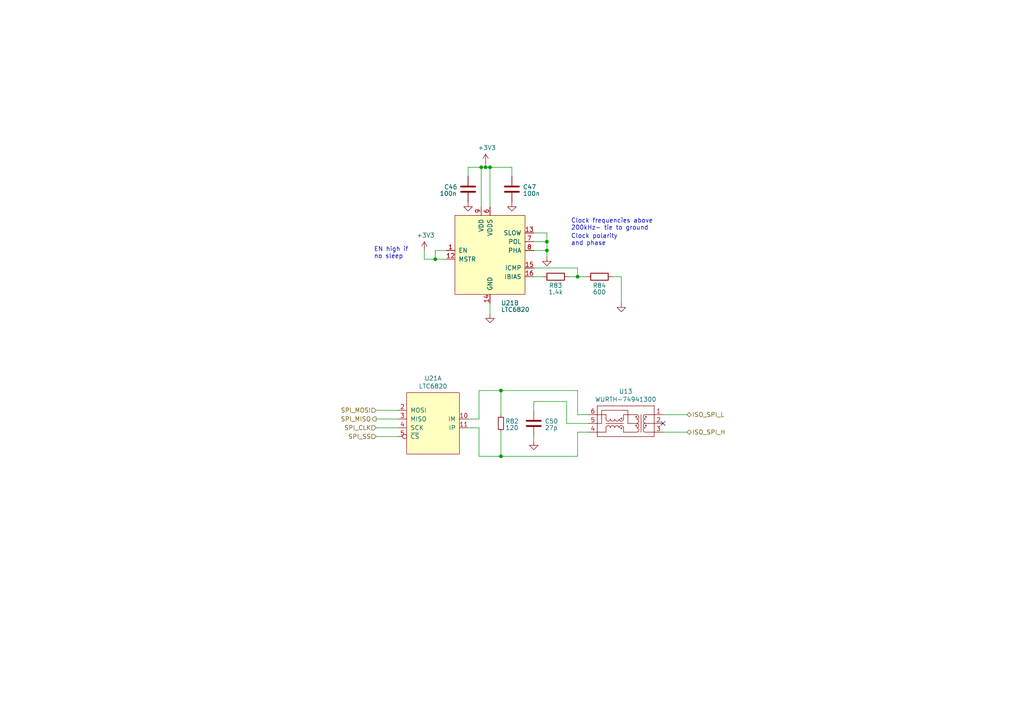
<source format=kicad_sch>
(kicad_sch (version 20230121) (generator eeschema)
  (paper "A4")
  (title_block (title "VEHICLE MEASUREMENT UNIT (VMU)") (rev "1.0") (company "KTH FORMULA STUDENT") (comment 1 "Dev18") (comment 2 "FILIP SVEBECK") (comment 3 "FSVEBECK@KTH.SE"))
  (lib_symbols
    (symbol "DeV18-AMS_bot_0.1-rescue:+3.3V-power" (power) (pin_names (offset 0))
      (property "Value" "+3.3V-power" (at 0 3.556 0))
      (symbol "+3.3V-power_0_1"
        (polyline (pts (xy -0.762 1.27) (xy 0 2.54)))
        (polyline (pts (xy 0 0) (xy 0 2.54)))
        (polyline (pts (xy 0 2.54) (xy 0.762 1.27)))
      )
      (symbol "+3.3V-power_1_1"
        (pin power_in line (at 0 0 90) (length 0) hide (name "+3V3") (number "1"))
      )
    )
    (symbol "DeV18-AMS_bot_0.1-rescue:LTC6820-KTHFS" (pin_names (offset 1.016))
      (property "Reference" "U" (at 7.62 7.62 0))
      (property "Value" "KTHFS_LTC6820" (at 12.7 10.16 0))
      (symbol "LTC6820-KTHFS_1_1"
        (rectangle (start 0 -2.54) (end 15.24 -20.32) (fill (type background)))
        (pin input line (at 17.78 -10.16 180) (length 2.54) (name "IM") (number "10"))
        (pin input line (at 17.78 -12.7 180) (length 2.54) (name "IP") (number "11"))
        (pin input line (at -2.54 -7.62 0) (length 2.54) (name "MOSI") (number "2"))
        (pin input line (at -2.54 -10.16 0) (length 2.54) (name "MISO") (number "3"))
        (pin input line (at -2.54 -12.7 0) (length 2.54) (name "SCK") (number "4"))
        (pin input inverted (at -2.54 -15.24 0) (length 2.54) (name "~{CS}") (number "5"))
      )
      (symbol "LTC6820-KTHFS_2_1"
        (rectangle (start 20.32 0) (end 0 -22.86) (fill (type background)))
        (pin input line (at -2.54 -10.16 0) (length 2.54) (name "EN") (number "1"))
        (pin input line (at -2.54 -12.7 0) (length 2.54) (name "MSTR") (number "12"))
        (pin input line (at 22.86 -5.08 180) (length 2.54) (name "SLOW") (number "13"))
        (pin power_in line (at 10.16 -25.4 90) (length 2.54) (name "GND") (number "14"))
        (pin input line (at 22.86 -15.24 180) (length 2.54) (name "ICMP") (number "15"))
        (pin input line (at 22.86 -17.78 180) (length 2.54) (name "IBIAS") (number "16"))
        (pin power_in line (at 10.16 2.54 270) (length 2.54) (name "VDDS") (number "6"))
        (pin input line (at 22.86 -7.62 180) (length 2.54) (name "POL") (number "7"))
        (pin input line (at 22.86 -10.16 180) (length 2.54) (name "PHA") (number "8"))
        (pin power_in line (at 7.62 2.54 270) (length 2.54) (name "VDD") (number "9"))
      )
    )
    (symbol "DeV18-AMS_bot_0.1-rescue:WURTH-74941300-KTHFS" (pin_names (offset 1.016))
      (property "Reference" "TR" (at -7.62 6.35 0))
      (property "Value" "KTHFS_WURTH-74941300" (at 0 -5.08 0))
      (symbol "WURTH-74941300-KTHFS_0_1"
        (rectangle (start -8.89 -3.81) (end -8.89 5.08))
        (rectangle (start -7.62 0) (end -8.89 0))
        (rectangle (start -7.62 3.81) (end -7.62 0))
        (rectangle (start -6.35 -2.54) (end -8.89 -2.54))
        (rectangle (start -6.35 1.27) (end -6.35 2.54))
        (rectangle (start -6.35 2.54) (end -8.89 2.54))
        (rectangle (start -1.27 0) (end -6.35 0))
        (rectangle (start -1.27 1.27) (end -1.27 2.54))
        (rectangle (start 0 0) (end 0 3.81))
        (rectangle (start 0 2.54) (end -1.27 2.54))
        (rectangle (start 0 3.81) (end -7.62 3.81))
        (rectangle (start 3.81 2.54) (end 3.81 -2.54))
        (rectangle (start 7.62 -3.81) (end -8.89 -3.81))
        (rectangle (start 7.62 5.08) (end -8.89 5.08))
        (rectangle (start 7.62 5.08) (end 7.62 -3.81))
      )
      (symbol "WURTH-74941300-KTHFS_1_1"
        (rectangle (start -6.35 -1.27) (end -6.35 -2.54))
        (arc (start -6.35 1.27) (mid -5.715 0.6377) (end -5.08 1.27))
        (arc (start -5.08 -1.27) (mid -5.715 -0.6377) (end -6.35 -1.27))
        (arc (start -5.08 1.27) (mid -4.445 0.6377) (end -3.81 1.27))
        (arc (start -3.81 -1.27) (mid -4.445 -0.6377) (end -5.08 -1.27))
        (arc (start -3.81 1.27) (mid -3.175 0.6377) (end -2.54 1.27))
        (arc (start -2.54 -1.27) (mid -3.175 -0.6377) (end -3.81 -1.27))
        (arc (start -2.54 1.27) (mid -1.905 0.6377) (end -1.27 1.27))
        (circle (center -1.905 -1.397) (radius 0.1778))
        (circle (center -1.905 1.397) (radius 0.1778))
        (arc (start -1.27 -1.27) (mid -1.905 -0.6377) (end -2.54 -1.27))
        (rectangle (start -1.27 -1.27) (end -1.27 -2.54))
        (rectangle (start 0 -2.54) (end -1.27 -2.54))
        (polyline (pts (xy 2.54 -2.54) (xy 0 -2.54)))
        (polyline (pts (xy 2.54 0) (xy 0 0)))
        (polyline (pts (xy 2.54 2.54) (xy 0 2.54)))
        (polyline (pts (xy 5.08 -2.54) (xy 7.62 -2.54)))
        (polyline (pts (xy 5.08 0) (xy 7.62 0)))
        (polyline (pts (xy 5.08 2.54) (xy 7.62 2.54)))
        (circle (center 2.413 -0.635) (radius 0.1778))
        (circle (center 2.413 1.905) (radius 0.1778))
        (arc (start 2.54 -2.54) (mid 3.1723 -1.905) (end 2.54 -1.27))
        (arc (start 2.54 -1.27) (mid 3.1723 -0.635) (end 2.54 0))
        (arc (start 2.54 0) (mid 3.1723 0.635) (end 2.54 1.27))
        (arc (start 2.54 1.27) (mid 3.1723 1.905) (end 2.54 2.54))
        (arc (start 5.08 -1.27) (mid 4.4477 -1.905) (end 5.08 -2.54))
        (arc (start 5.08 0) (mid 4.4477 -0.635) (end 5.08 -1.27))
        (arc (start 5.08 1.27) (mid 4.4477 0.635) (end 5.08 0))
        (arc (start 5.08 2.54) (mid 4.4477 1.905) (end 5.08 1.27))
        (circle (center 5.207 -0.635) (radius 0.1778))
        (circle (center 5.207 1.905) (radius 0.1778))
        (pin passive line (at 10.16 2.54 180) (length 2.54) (name "~") (number "1"))
        (pin passive line (at 10.16 0 180) (length 2.54) (name "~") (number "2"))
        (pin passive line (at 10.16 -2.54 180) (length 2.54) (name "~") (number "3"))
        (pin passive line (at -11.43 -2.54 0) (length 2.54) (name "~") (number "4"))
        (pin passive line (at -11.43 0 0) (length 2.54) (name "~") (number "5"))
        (pin passive line (at -11.43 2.54 0) (length 2.54) (name "~") (number "6"))
      )
    )
    (symbol "Device:C" (pin_numbers hide) (pin_names (offset 0.254))
      (property "Reference" "C" (at 0.635 2.54 0))
      (property "Value" "C" (at 0.635 -2.54 0))
      (symbol "C_0_1"
        (polyline (pts (xy -2.032 -0.762) (xy 2.032 -0.762)) (stroke (width 0.508)))
        (polyline (pts (xy -2.032 0.762) (xy 2.032 0.762)) (stroke (width 0.508)))
      )
      (symbol "C_1_1"
        (pin passive line (at 0 3.81 270) (length 2.794) (name "~") (number "1"))
        (pin passive line (at 0 -3.81 90) (length 2.794) (name "~") (number "2"))
      )
    )
    (symbol "Device:R" (pin_numbers hide) (pin_names (offset 0))
      (property "Reference" "R" (at 2.032 0 90))
      (property "Value" "R" (at 0 0 90))
      (symbol "R_0_1"
        (rectangle (start -1.016 -2.54) (end 1.016 2.54) (stroke (width 0.254)))
      )
      (symbol "R_1_1"
        (pin passive line (at 0 3.81 270) (length 1.27) (name "~") (number "1"))
        (pin passive line (at 0 -3.81 90) (length 1.27) (name "~") (number "2"))
      )
    )
    (symbol "Device:R_Small" (pin_numbers hide) (pin_names (offset 0.254) hide)
      (property "Reference" "R" (at 0.762 0.508 0))
      (property "Value" "R_Small" (at 0.762 -1.016 0))
      (symbol "R_Small_0_1"
        (rectangle (start -0.762 1.778) (end 0.762 -1.778) (stroke (width 0.2032)))
      )
      (symbol "R_Small_1_1"
        (pin passive line (at 0 2.54 270) (length 0.762) (name "~") (number "1"))
        (pin passive line (at 0 -2.54 90) (length 0.762) (name "~") (number "2"))
      )
    )
    (symbol "power:GND" (power) (pin_names (offset 0))
      (property "Value" "GND" (at 0 -3.81 0))
      (symbol "GND_0_1"
        (polyline (pts (xy 0 0) (xy 0 -1.27) (xy 1.27 -1.27) (xy 0 -2.54) (xy -1.27 -1.27) (xy 0 -1.27)))
      )
      (symbol "GND_1_1"
        (pin power_in line (at 0 0 270) (length 0) hide (name "GND") (number "1"))
      )
    )
  )
  (junction (at 139.573 48.514))
  (junction (at 158.623 72.644))
  (junction (at 158.623 70.104))
  (junction (at 145.288 132.334))
  (junction (at 126.238 75.184))
  (junction (at 142.113 48.514))
  (junction (at 167.513 80.264))
  (junction (at 145.288 113.284))
  (junction (at 140.843 48.514))
  (no_connect (at 192.278 122.809))
  (wire (pts (xy 167.513 77.724) (xy 154.813 77.724)))
  (wire (pts (xy 145.288 113.284) (xy 167.513 113.284)))
  (wire (pts (xy 140.843 48.514) (xy 140.843 47.244)))
  (wire (pts (xy 126.238 72.644) (xy 126.238 75.184)))
  (wire (pts (xy 109.093 118.999) (xy 115.443 118.999)))
  (wire (pts (xy 158.623 72.644) (xy 158.623 74.549)))
  (wire (pts (xy 158.623 67.564) (xy 158.623 70.104)))
  (wire (pts (xy 109.093 126.619) (xy 115.443 126.619)))
  (wire (pts (xy 140.843 48.514) (xy 139.573 48.514)))
  (wire (pts (xy 164.338 116.459) (xy 164.338 122.809)))
  (wire (pts (xy 180.213 80.264) (xy 180.213 87.884)))
  (wire (pts (xy 154.813 116.459) (xy 164.338 116.459)))
  (wire (pts (xy 139.573 48.514) (xy 139.573 59.944)))
  (wire (pts (xy 145.288 113.284) (xy 145.288 120.269)))
  (wire (pts (xy 154.813 70.104) (xy 158.623 70.104)))
  (wire (pts (xy 126.238 75.184) (xy 129.413 75.184)))
  (wire (pts (xy 154.813 67.564) (xy 158.623 67.564)))
  (wire (pts (xy 135.763 51.054) (xy 135.763 48.514)))
  (wire (pts (xy 154.813 80.264) (xy 157.353 80.264)))
  (wire (pts (xy 138.938 113.284) (xy 145.288 113.284)))
  (wire (pts (xy 167.513 113.284) (xy 167.513 120.269)))
  (wire (pts (xy 167.513 125.349) (xy 170.688 125.349)))
  (wire (pts (xy 154.813 127.889) (xy 154.813 126.619)))
  (wire (pts (xy 123.063 75.184) (xy 126.238 75.184)))
  (wire (pts (xy 167.513 80.264) (xy 170.053 80.264)))
  (wire (pts (xy 123.063 72.644) (xy 123.063 75.184)))
  (wire (pts (xy 138.938 113.284) (xy 138.938 121.539)))
  (wire (pts (xy 154.813 118.999) (xy 154.813 116.459)))
  (wire (pts (xy 154.813 72.644) (xy 158.623 72.644)))
  (wire (pts (xy 142.113 48.514) (xy 142.113 59.944)))
  (wire (pts (xy 167.513 125.349) (xy 167.513 132.334)))
  (wire (pts (xy 167.513 80.264) (xy 167.513 77.724)))
  (wire (pts (xy 148.463 51.054) (xy 148.463 48.514)))
  (wire (pts (xy 138.938 124.079) (xy 138.938 132.334)))
  (wire (pts (xy 145.288 132.334) (xy 167.513 132.334)))
  (wire (pts (xy 135.763 124.079) (xy 138.938 124.079)))
  (wire (pts (xy 126.238 72.644) (xy 129.413 72.644)))
  (wire (pts (xy 109.093 121.539) (xy 115.443 121.539)))
  (wire (pts (xy 142.113 87.884) (xy 142.113 91.059)))
  (wire (pts (xy 135.763 48.514) (xy 139.573 48.514)))
  (wire (pts (xy 145.288 125.349) (xy 145.288 132.334)))
  (wire (pts (xy 138.938 121.539) (xy 135.763 121.539)))
  (wire (pts (xy 140.843 48.514) (xy 142.113 48.514)))
  (wire (pts (xy 167.513 120.269) (xy 170.688 120.269)))
  (wire (pts (xy 158.623 72.644) (xy 158.623 70.104)))
  (wire (pts (xy 164.338 122.809) (xy 170.688 122.809)))
  (wire (pts (xy 199.263 120.269) (xy 192.278 120.269)))
  (wire (pts (xy 177.673 80.264) (xy 180.213 80.264)))
  (wire (pts (xy 164.973 80.264) (xy 167.513 80.264)))
  (wire (pts (xy 138.938 132.334) (xy 145.288 132.334)))
  (wire (pts (xy 192.278 125.349) (xy 199.263 125.349)))
  (wire (pts (xy 109.093 124.079) (xy 115.443 124.079)))
  (wire (pts (xy 148.463 48.514) (xy 142.113 48.514)))
  (text "Clock polarity \nand phase\n" (at 165.608 71.374 0) (effects (font (size 1.27 1.27)) (justify left bottom)))
  (text "Clock frequencies above\n200kHz- tie to ground" (at 165.608 66.929 0) (effects (font (size 1.27 1.27)) (justify left bottom)))
  (text "EN high if \nno sleep\n" (at 108.458 75.184 0) (effects (font (size 1.27 1.27)) (justify left bottom)))
  (hierarchical_label "ISO_SPI_H" (shape bidirectional) (at 199.263 125.349 0))
  (hierarchical_label "SPI_MOSI" (shape input) (at 109.093 118.999 180))
  (hierarchical_label "SPI_MISO" (shape output) (at 109.093 121.539 180))
  (hierarchical_label "ISO_SPI_L" (shape bidirectional) (at 199.263 120.269 0))
  (hierarchical_label "SPI_SS" (shape input) (at 109.093 126.619 180))
  (hierarchical_label "SPI_CLK" (shape input) (at 109.093 124.079 180))
  (symbol (lib_id "Device:R") (at 161.163 80.264 90) (unit 1)
    (property "Reference" "R83" (at 161.163 82.804 90))
    (property "Value" "1.4k" (at 161.163 84.709 90))
    (property "Footprint" "Resistor_SMD:R_0603_1608Metric" (effects hide))
    (instances (project "DeV18-AMS_bot_0.1" (path "" (reference "R83") (unit 1))) (project "VMU" (path "" (reference "R4") (unit 1))))
  )
  (symbol (lib_id "Device:C") (at 135.763 54.864 0) (unit 1)
    (property "Reference" "C46" (at 128.778 54.229 0) (effects (justify left)))
    (property "Value" "100n" (at 127.508 56.134 0) (effects (justify left)))
    (property "Footprint" "Capacitor_SMD:C_0603_1608Metric" (effects hide))
    (instances (project "DeV18-AMS_bot_0.1" (path "" (reference "C46") (unit 1))) (project "VMU" (path "" (reference "C8") (unit 1))))
  )
  (symbol (lib_id "power:GND") (at 154.813 127.889 0) (unit 1)
    (property "Reference" "#PWR0174" (effects hide))
    (property "Value" "GND" (effects hide))
    (instances (project "DeV18-AMS_bot_0.1" (path "" (reference "#PWR0174") (unit 1))) (project "VMU" (path "" (reference "#PWR040") (unit 1))))
  )
  (symbol (lib_id "DeV18-AMS_bot_0.1-rescue:LTC6820-KTHFS") (at 131.953 62.484 0) (unit 2)
    (property "Reference" "U21" (at 145.288 87.884 0) (effects (justify left)))
    (property "Value" "LTC6820" (at 145.288 89.789 0) (effects (justify left)))
    (property "Footprint" "Package_SO:MSOP-16_3x4mm_P0.5mm" (effects hide))
    (instances (project "DeV18-AMS_bot_0.1" (path "" (reference "U21") (unit 2))) (project "VMU" (path "" (reference "U2") (unit 2))))
  )
  (symbol (lib_id "Device:C") (at 154.813 122.809 0) (unit 1)
    (property "Reference" "C50" (at 157.988 122.174 0) (effects (justify left)))
    (property "Value" "27p" (at 157.988 124.079 0) (effects (justify left)))
    (property "Footprint" "Capacitor_SMD:C_0603_1608Metric" (effects hide))
    (instances (project "DeV18-AMS_bot_0.1" (path "" (reference "C50") (unit 1))) (project "VMU" (path "" (reference "C10") (unit 1))))
  )
  (symbol (lib_id "DeV18-AMS_bot_0.1-rescue:+3.3V-power") (at 140.843 47.244 0) (unit 1)
    (property "Reference" "#PWR0157" (effects hide))
    (property "Value" "+3.3V" (at 141.224 42.8498 0))
    (instances (project "DeV18-AMS_bot_0.1" (path "" (reference "#PWR0157") (unit 1))) (project "VMU" (path "" (reference "#PWR033") (unit 1))))
  )
  (symbol (lib_id "power:GND") (at 148.463 58.674 0) (unit 1)
    (property "Reference" "#PWR041" (effects hide))
    (property "Value" "GND" (effects hide))
    (instances (project "DeV18-AMS_bot_0.1" (path "" (reference "#PWR041") (unit 1))) (project "VMU" (path "" (reference "#PWR035") (unit 1))))
  )
  (symbol (lib_id "DeV18-AMS_bot_0.1-rescue:+3.3V-power") (at 123.063 72.644 0) (unit 1)
    (property "Reference" "#PWR0156" (effects hide))
    (property "Value" "+3.3V" (at 123.444 68.2498 0))
    (instances (project "DeV18-AMS_bot_0.1" (path "" (reference "#PWR0156") (unit 1))) (project "VMU" (path "" (reference "#PWR036") (unit 1))))
  )
  (symbol (lib_id "power:GND") (at 158.623 74.549 0) (unit 1)
    (property "Reference" "#PWR0153" (effects hide))
    (property "Value" "GND" (effects hide))
    (instances (project "DeV18-AMS_bot_0.1" (path "" (reference "#PWR0153") (unit 1))) (project "VMU" (path "" (reference "#PWR037") (unit 1))))
  )
  (symbol (lib_id "power:GND") (at 180.213 87.884 0) (unit 1)
    (property "Reference" "#PWR0154" (effects hide))
    (property "Value" "GND" (effects hide))
    (instances (project "DeV18-AMS_bot_0.1" (path "" (reference "#PWR0154") (unit 1))) (project "VMU" (path "" (reference "#PWR038") (unit 1))))
  )
  (symbol (lib_id "power:GND") (at 135.763 58.674 0) (unit 1)
    (property "Reference" "#PWR040" (effects hide))
    (property "Value" "GND" (effects hide))
    (instances (project "DeV18-AMS_bot_0.1" (path "" (reference "#PWR040") (unit 1))) (project "VMU" (path "" (reference "#PWR034") (unit 1))))
  )
  (symbol (lib_id "power:GND") (at 142.113 91.059 0) (unit 1)
    (property "Reference" "#PWR0155" (effects hide))
    (property "Value" "GND" (effects hide))
    (instances (project "DeV18-AMS_bot_0.1" (path "" (reference "#PWR0155") (unit 1))) (project "VMU" (path "" (reference "#PWR039") (unit 1))))
  )
  (symbol (lib_id "DeV18-AMS_bot_0.1-rescue:WURTH-74941300-KTHFS") (at 182.118 122.809 0) (unit 1)
    (property "Reference" "U13" (at 181.483 113.538 0))
    (property "Value" "WURTH-74941300" (at 181.483 115.8494 0))
    (property "Footprint" "KTHFS:WURTH-74941300" (effects hide))
    (property "Datasheet" "https://www.we-online.com/components/products/datasheet/74941300.pdf" (effects hide))
    (property "Additional Information" "https://www.we-online.com/en/components/products/WE-BMS" (effects hide))
    (instances (project "DeV18-AMS_bot_0.1" (path "" (reference "U13") (unit 1))) (project "VMU" (path "" (reference "U3") (unit 1))))
  )
  (symbol (lib_id "Device:R") (at 173.863 80.264 90) (unit 1)
    (property "Reference" "R84" (at 173.863 82.804 90))
    (property "Value" "600" (at 173.863 84.709 90))
    (property "Footprint" "Resistor_SMD:R_0603_1608Metric" (effects hide))
    (instances (project "DeV18-AMS_bot_0.1" (path "" (reference "R84") (unit 1))) (project "VMU" (path "" (reference "R5") (unit 1))))
  )
  (symbol (lib_id "Device:R_Small") (at 145.288 122.809 0) (unit 1)
    (property "Reference" "R82" (at 146.558 122.174 0) (effects (justify left)))
    (property "Value" "120" (at 146.558 124.079 0) (effects (justify left)))
    (property "Footprint" "Resistor_SMD:R_0603_1608Metric" (effects hide))
    (instances (project "DeV18-AMS_bot_0.1" (path "" (reference "R82") (unit 1))) (project "VMU" (path "" (reference "R6") (unit 1))))
  )
  (symbol (lib_id "Device:C") (at 148.463 54.864 0) (unit 1)
    (property "Reference" "C47" (at 151.638 54.229 0) (effects (justify left)))
    (property "Value" "100n" (at 151.638 56.134 0) (effects (justify left)))
    (property "Footprint" "Capacitor_SMD:C_0603_1608Metric" (effects hide))
    (instances (project "DeV18-AMS_bot_0.1" (path "" (reference "C47") (unit 1))) (project "VMU" (path "" (reference "C9") (unit 1))))
  )
  (symbol (lib_id "DeV18-AMS_bot_0.1-rescue:LTC6820-KTHFS") (at 117.983 111.379 0) (unit 1)
    (property "Reference" "U21" (at 125.603 109.728 0))
    (property "Value" "LTC6820" (at 125.603 112.0394 0))
    (property "Footprint" "Package_SO:MSOP-16_3x4mm_P0.5mm" (effects hide))
    (instances (project "DeV18-AMS_bot_0.1" (path "" (reference "U21") (unit 1))) (project "VMU" (path "" (reference "U2") (unit 1))))
  )
)
</source>
